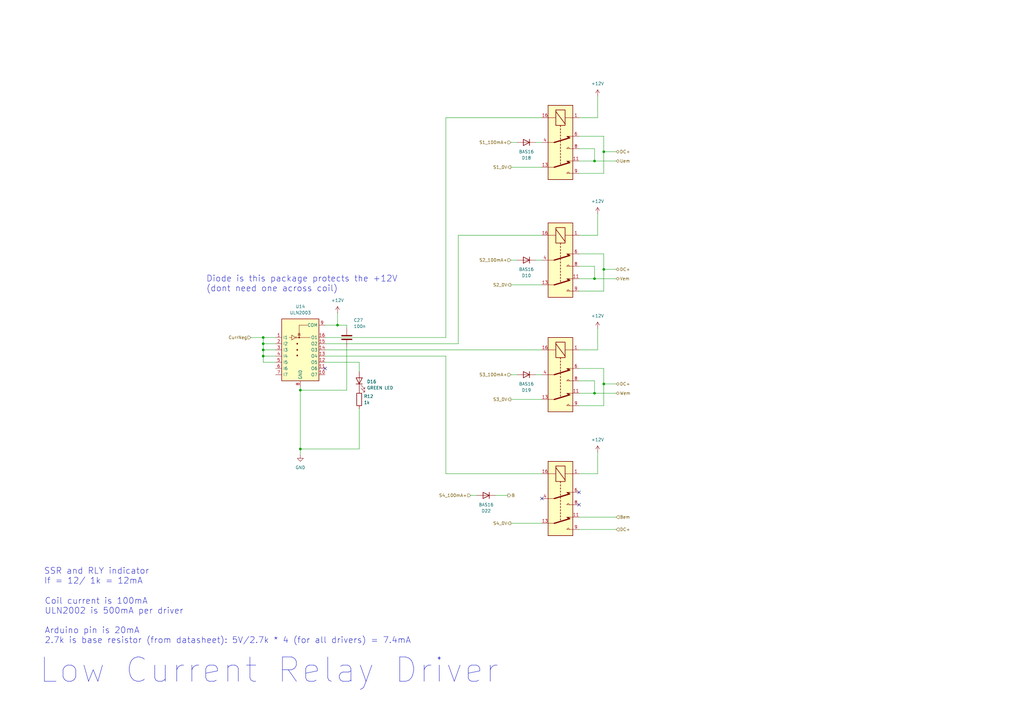
<source format=kicad_sch>
(kicad_sch (version 20231120) (generator "eeschema") (generator_version "8.0")
  (paper "A3")
  (title_block (title "GAVIM V4 TEST 137") (date "2024-06-25") (rev "00.00") (company "Nidec Drives"))
  (lib_symbols
    (symbol "Device:C" (pin_numbers hide) (pin_names (offset 0.254))
      (property "Reference" "C" (at 0.635 2.54 0))
      (property "Value" "C" (at 0.635 -2.54 0))
      (symbol "C_0_1"
        (polyline (pts (xy -2.032 -0.762) (xy 2.032 -0.762)) (stroke (width 0.508)))
        (polyline (pts (xy -2.032 0.762) (xy 2.032 0.762)) (stroke (width 0.508)))
      )
      (symbol "C_1_1"
        (pin passive line (at 0 3.81 270) (length 2.794) (name "~") (number "1"))
        (pin passive line (at 0 -3.81 90) (length 2.794) (name "~") (number "2"))
      )
    )
    (symbol "Device:D" (pin_numbers hide) (pin_names (offset 1.016) hide)
      (property "Reference" "D" (at 0 2.54 0))
      (property "Value" "D" (at 0 -2.54 0))
      (symbol "D_0_1"
        (polyline (pts (xy -1.27 1.27) (xy -1.27 -1.27)) (stroke (width 0.254)))
        (polyline (pts (xy 1.27 0) (xy -1.27 0)))
        (polyline (pts (xy 1.27 1.27) (xy 1.27 -1.27) (xy -1.27 0) (xy 1.27 1.27)) (stroke (width 0.254)))
      )
      (symbol "D_1_1"
        (pin passive line (at -3.81 0 0) (length 2.54) (name "K") (number "1"))
        (pin passive line (at 3.81 0 180) (length 2.54) (name "A") (number "2"))
      )
    )
    (symbol "Device:LED" (pin_numbers hide) (pin_names (offset 1.016) hide)
      (property "Reference" "D" (at 0 2.54 0))
      (property "Value" "LED" (at 0 -2.54 0))
      (symbol "LED_0_1"
        (polyline (pts (xy -1.27 -1.27) (xy -1.27 1.27)) (stroke (width 0.254)))
        (polyline (pts (xy -1.27 0) (xy 1.27 0)))
        (polyline (pts (xy 1.27 -1.27) (xy 1.27 1.27) (xy -1.27 0) (xy 1.27 -1.27)) (stroke (width 0.254)))
        (polyline (pts (xy -3.048 -0.762) (xy -4.572 -2.286) (xy -3.81 -2.286) (xy -4.572 -2.286) (xy -4.572 -1.524)))
        (polyline (pts (xy -1.778 -0.762) (xy -3.302 -2.286) (xy -2.54 -2.286) (xy -3.302 -2.286) (xy -3.302 -1.524)))
      )
      (symbol "LED_1_1"
        (pin passive line (at -3.81 0 0) (length 2.54) (name "K") (number "1"))
        (pin passive line (at 3.81 0 180) (length 2.54) (name "A") (number "2"))
      )
    )
    (symbol "Device:R" (pin_numbers hide) (pin_names (offset 0))
      (property "Reference" "R" (at 2.032 0 90))
      (property "Value" "R" (at 0 0 90))
      (symbol "R_0_1"
        (rectangle (start -1.016 -2.54) (end 1.016 2.54) (stroke (width 0.254)))
      )
      (symbol "R_1_1"
        (pin passive line (at 0 3.81 270) (length 1.27) (name "~") (number "1"))
        (pin passive line (at 0 -3.81 90) (length 1.27) (name "~") (number "2"))
      )
    )
    (symbol "Relay:G5V-2"
      (property "Reference" "K" (at 16.51 3.81 0))
      (property "Value" "G5V-2" (at 16.51 1.27 0))
      (symbol "G5V-2_0_1"
        (rectangle (start -15.24 5.08) (end 15.24 -5.08) (stroke (width 0.254)) (fill (type background)))
        (rectangle (start -13.335 1.905) (end -6.985 -1.905) (stroke (width 0.254)))
        (polyline (pts (xy -12.7 -1.905) (xy -7.62 1.905)) (stroke (width 0.254)))
        (polyline (pts (xy -10.16 -5.08) (xy -10.16 -1.905)))
        (polyline (pts (xy -10.16 5.08) (xy -10.16 1.905)))
        (polyline (pts (xy -6.985 0) (xy -6.35 0)) (stroke (width 0.254)))
        (polyline (pts (xy -5.715 0) (xy -5.08 0)) (stroke (width 0.254)))
        (polyline (pts (xy -4.445 0) (xy -3.81 0)) (stroke (width 0.254)))
        (polyline (pts (xy -3.175 0) (xy -2.54 0)) (stroke (width 0.254)))
        (polyline (pts (xy -1.905 0) (xy -1.27 0)) (stroke (width 0.254)))
        (polyline (pts (xy -0.635 0) (xy 0 0)) (stroke (width 0.254)))
        (polyline (pts (xy 0 -2.54) (xy -1.905 3.81)) (stroke (width 0.508)))
        (polyline (pts (xy 0 -2.54) (xy 0 -5.08)))
        (polyline (pts (xy 0.635 0) (xy 1.27 0)) (stroke (width 0.254)))
        (polyline (pts (xy 1.905 0) (xy 2.54 0)) (stroke (width 0.254)))
        (polyline (pts (xy 3.175 0) (xy 3.81 0)) (stroke (width 0.254)))
        (polyline (pts (xy 4.445 0) (xy 5.08 0)) (stroke (width 0.254)))
        (polyline (pts (xy 5.715 0) (xy 6.35 0)) (stroke (width 0.254)))
        (polyline (pts (xy 6.985 0) (xy 7.62 0)) (stroke (width 0.254)))
        (polyline (pts (xy 8.255 0) (xy 8.89 0)) (stroke (width 0.254)))
        (polyline (pts (xy 10.16 -2.54) (xy 8.255 3.81)) (stroke (width 0.508)))
        (polyline (pts (xy 10.16 -2.54) (xy 10.16 -5.08)))
        (polyline (pts (xy -2.54 5.08) (xy -2.54 2.54) (xy -1.905 3.175) (xy -2.54 3.81)) (fill (type outline)))
        (polyline (pts (xy 2.54 5.08) (xy 2.54 2.54) (xy 1.905 3.175) (xy 2.54 3.81)))
        (polyline (pts (xy 7.62 5.08) (xy 7.62 2.54) (xy 8.255 3.175) (xy 7.62 3.81)) (fill (type outline)))
        (polyline (pts (xy 12.7 5.08) (xy 12.7 2.54) (xy 12.065 3.175) (xy 12.7 3.81)))
      )
      (symbol "G5V-2_1_1"
        (pin passive line (at -10.16 7.62 270) (length 2.54) (name "~") (number "1"))
        (pin passive line (at 7.62 7.62 270) (length 2.54) (name "~") (number "11"))
        (pin passive line (at 10.16 -7.62 90) (length 2.54) (name "~") (number "13"))
        (pin passive line (at -10.16 -7.62 90) (length 2.54) (name "~") (number "16"))
        (pin passive line (at 0 -7.62 90) (length 2.54) (name "~") (number "4"))
        (pin passive line (at -2.54 7.62 270) (length 2.54) (name "~") (number "6"))
        (pin passive line (at 2.54 7.62 270) (length 2.54) (name "~") (number "8"))
        (pin passive line (at 12.7 7.62 270) (length 2.54) (name "~") (number "9"))
      )
    )
    (symbol "Transistor_Array:ULN2003"
      (property "Reference" "U" (at 0 15.875 0))
      (property "Value" "ULN2003" (at 0 13.97 0))
      (symbol "ULN2003_0_1"
        (rectangle (start -7.62 -12.7) (end 7.62 12.7) (stroke (width 0.254)) (fill (type background)))
        (circle (center -1.778 5.08) (radius 0.254))
        (circle (center -1.27 -2.286) (radius 0.254) (fill (type outline)))
        (circle (center -1.27 0) (radius 0.254) (fill (type outline)))
        (circle (center -1.27 2.54) (radius 0.254) (fill (type outline)))
        (circle (center -0.508 5.08) (radius 0.254) (fill (type outline)))
        (polyline (pts (xy -4.572 5.08) (xy -3.556 5.08)))
        (polyline (pts (xy -1.524 5.08) (xy 4.064 5.08)))
        (polyline (pts (xy 0 6.731) (xy -1.016 6.731)))
        (polyline (pts (xy -0.508 5.08) (xy -0.508 10.16) (xy 2.921 10.16)))
        (polyline (pts (xy -3.556 6.096) (xy -3.556 4.064) (xy -2.032 5.08) (xy -3.556 6.096)))
        (polyline (pts (xy 0 5.969) (xy -1.016 5.969) (xy -0.508 6.731) (xy 0 5.969)))
      )
      (symbol "ULN2003_1_1"
        (pin input line (at -10.16 5.08 0) (length 2.54) (name "I1") (number "1"))
        (pin open_collector line (at 10.16 -10.16 180) (length 2.54) (name "O7") (number "10"))
        (pin open_collector line (at 10.16 -7.62 180) (length 2.54) (name "O6") (number "11"))
        (pin open_collector line (at 10.16 -5.08 180) (length 2.54) (name "O5") (number "12"))
        (pin open_collector line (at 10.16 -2.54 180) (length 2.54) (name "O4") (number "13"))
        (pin open_collector line (at 10.16 0 180) (length 2.54) (name "O3") (number "14"))
        (pin open_collector line (at 10.16 2.54 180) (length 2.54) (name "O2") (number "15"))
        (pin open_collector line (at 10.16 5.08 180) (length 2.54) (name "O1") (number "16"))
        (pin input line (at -10.16 2.54 0) (length 2.54) (name "I2") (number "2"))
        (pin input line (at -10.16 0 0) (length 2.54) (name "I3") (number "3"))
        (pin input line (at -10.16 -2.54 0) (length 2.54) (name "I4") (number "4"))
        (pin input line (at -10.16 -5.08 0) (length 2.54) (name "I5") (number "5"))
        (pin input line (at -10.16 -7.62 0) (length 2.54) (name "I6") (number "6"))
        (pin input line (at -10.16 -10.16 0) (length 2.54) (name "I7") (number "7"))
        (pin power_in line (at 0 -15.24 90) (length 2.54) (name "GND") (number "8"))
        (pin passive line (at 10.16 10.16 180) (length 2.54) (name "COM") (number "9"))
      )
    )
    (symbol "power:+12V" (power) (pin_numbers hide) (pin_names (offset 0) hide)
      (property "Value" "+12V" (at 0 3.556 0))
      (symbol "+12V_0_1"
        (polyline (pts (xy -0.762 1.27) (xy 0 2.54)))
        (polyline (pts (xy 0 0) (xy 0 2.54)))
        (polyline (pts (xy 0 2.54) (xy 0.762 1.27)))
      )
      (symbol "+12V_1_1"
        (pin power_in line (at 0 0 90) (length 0) (name "~") (number "1"))
      )
    )
    (symbol "power:GND" (power) (pin_numbers hide) (pin_names (offset 0) hide)
      (property "Value" "GND" (at 0 -3.81 0))
      (symbol "GND_0_1"
        (polyline (pts (xy 0 0) (xy 0 -1.27) (xy 1.27 -1.27) (xy 0 -2.54) (xy -1.27 -1.27) (xy 0 -1.27)))
      )
      (symbol "GND_1_1"
        (pin power_in line (at 0 0 270) (length 0) (name "~") (number "1"))
      )
    )
  )
  (junction (at 138.43 133.35))
  (junction (at 107.95 138.43))
  (junction (at 243.84 66.04))
  (junction (at 107.95 140.97))
  (junction (at 107.95 143.51))
  (junction (at 247.65 62.23))
  (junction (at 243.84 114.3))
  (junction (at 107.95 146.05))
  (junction (at 247.65 110.49))
  (junction (at 123.19 184.15))
  (junction (at 243.84 161.29))
  (junction (at 247.65 157.48))
  (junction (at 123.19 160.02))
  (no_connect (at 133.35 151.13))
  (no_connect (at 222.25 204.47))
  (no_connect (at 237.49 201.93))
  (no_connect (at 237.49 207.01))
  (wire (pts (xy 107.95 146.05) (xy 107.95 143.51)))
  (wire (pts (xy 182.88 146.05) (xy 182.88 194.31)))
  (wire (pts (xy 147.32 167.64) (xy 147.32 184.15)))
  (wire (pts (xy 193.04 203.2) (xy 195.58 203.2)))
  (wire (pts (xy 245.11 185.42) (xy 245.11 194.31)))
  (wire (pts (xy 138.43 128.27) (xy 138.43 133.35)))
  (wire (pts (xy 247.65 166.37) (xy 237.49 166.37)))
  (wire (pts (xy 209.55 153.67) (xy 212.09 153.67)))
  (wire (pts (xy 247.65 62.23) (xy 252.73 62.23)))
  (wire (pts (xy 209.55 68.58) (xy 222.25 68.58)))
  (wire (pts (xy 133.35 146.05) (xy 182.88 146.05)))
  (wire (pts (xy 243.84 161.29) (xy 237.49 161.29)))
  (wire (pts (xy 247.65 157.48) (xy 252.73 157.48)))
  (wire (pts (xy 107.95 143.51) (xy 107.95 140.97)))
  (wire (pts (xy 142.24 133.35) (xy 138.43 133.35)))
  (wire (pts (xy 237.49 48.26) (xy 245.11 48.26)))
  (wire (pts (xy 247.65 119.38) (xy 237.49 119.38)))
  (wire (pts (xy 107.95 146.05) (xy 107.95 148.59)))
  (wire (pts (xy 133.35 143.51) (xy 222.25 143.51)))
  (wire (pts (xy 107.95 140.97) (xy 107.95 138.43)))
  (wire (pts (xy 209.55 116.84) (xy 222.25 116.84)))
  (wire (pts (xy 113.03 146.05) (xy 107.95 146.05)))
  (wire (pts (xy 247.65 157.48) (xy 247.65 166.37)))
  (wire (pts (xy 237.49 212.09) (xy 252.73 212.09)))
  (wire (pts (xy 123.19 184.15) (xy 123.19 186.69)))
  (wire (pts (xy 113.03 143.51) (xy 107.95 143.51)))
  (wire (pts (xy 219.71 58.42) (xy 222.25 58.42)))
  (wire (pts (xy 243.84 114.3) (xy 252.73 114.3)))
  (wire (pts (xy 147.32 152.4) (xy 147.32 148.59)))
  (wire (pts (xy 182.88 138.43) (xy 133.35 138.43)))
  (wire (pts (xy 209.55 163.83) (xy 222.25 163.83)))
  (wire (pts (xy 245.11 87.63) (xy 245.11 96.52)))
  (wire (pts (xy 237.49 151.13) (xy 247.65 151.13)))
  (wire (pts (xy 243.84 114.3) (xy 237.49 114.3)))
  (wire (pts (xy 237.49 109.22) (xy 243.84 109.22)))
  (wire (pts (xy 247.65 55.88) (xy 247.65 62.23)))
  (wire (pts (xy 147.32 148.59) (xy 133.35 148.59)))
  (wire (pts (xy 219.71 106.68) (xy 222.25 106.68)))
  (wire (pts (xy 245.11 39.37) (xy 245.11 48.26)))
  (wire (pts (xy 209.55 214.63) (xy 222.25 214.63)))
  (wire (pts (xy 237.49 217.17) (xy 252.73 217.17)))
  (wire (pts (xy 113.03 140.97) (xy 107.95 140.97)))
  (wire (pts (xy 219.71 153.67) (xy 222.25 153.67)))
  (wire (pts (xy 243.84 60.96) (xy 243.84 66.04)))
  (wire (pts (xy 237.49 55.88) (xy 247.65 55.88)))
  (wire (pts (xy 243.84 109.22) (xy 243.84 114.3)))
  (wire (pts (xy 209.55 58.42) (xy 212.09 58.42)))
  (wire (pts (xy 142.24 142.24) (xy 142.24 160.02)))
  (wire (pts (xy 247.65 110.49) (xy 247.65 119.38)))
  (wire (pts (xy 142.24 160.02) (xy 123.19 160.02)))
  (wire (pts (xy 187.96 140.97) (xy 187.96 96.52)))
  (wire (pts (xy 237.49 96.52) (xy 245.11 96.52)))
  (wire (pts (xy 182.88 48.26) (xy 222.25 48.26)))
  (wire (pts (xy 237.49 60.96) (xy 243.84 60.96)))
  (wire (pts (xy 247.65 62.23) (xy 247.65 71.12)))
  (wire (pts (xy 102.87 138.43) (xy 107.95 138.43)))
  (wire (pts (xy 237.49 104.14) (xy 247.65 104.14)))
  (wire (pts (xy 237.49 194.31) (xy 245.11 194.31)))
  (wire (pts (xy 209.55 106.68) (xy 212.09 106.68)))
  (wire (pts (xy 245.11 134.62) (xy 245.11 143.51)))
  (wire (pts (xy 243.84 66.04) (xy 237.49 66.04)))
  (wire (pts (xy 123.19 158.75) (xy 123.19 160.02)))
  (wire (pts (xy 203.2 203.2) (xy 208.28 203.2)))
  (wire (pts (xy 237.49 156.21) (xy 243.84 156.21)))
  (wire (pts (xy 247.65 110.49) (xy 252.73 110.49)))
  (wire (pts (xy 123.19 184.15) (xy 147.32 184.15)))
  (wire (pts (xy 243.84 156.21) (xy 243.84 161.29)))
  (wire (pts (xy 142.24 134.62) (xy 142.24 133.35)))
  (wire (pts (xy 113.03 148.59) (xy 107.95 148.59)))
  (wire (pts (xy 107.95 138.43) (xy 113.03 138.43)))
  (wire (pts (xy 133.35 133.35) (xy 138.43 133.35)))
  (wire (pts (xy 243.84 161.29) (xy 252.73 161.29)))
  (wire (pts (xy 237.49 143.51) (xy 245.11 143.51)))
  (wire (pts (xy 247.65 104.14) (xy 247.65 110.49)))
  (wire (pts (xy 182.88 48.26) (xy 182.88 138.43)))
  (wire (pts (xy 182.88 194.31) (xy 222.25 194.31)))
  (wire (pts (xy 243.84 66.04) (xy 252.73 66.04)))
  (wire (pts (xy 133.35 140.97) (xy 187.96 140.97)))
  (wire (pts (xy 247.65 71.12) (xy 237.49 71.12)))
  (wire (pts (xy 247.65 151.13) (xy 247.65 157.48)))
  (wire (pts (xy 123.19 160.02) (xy 123.19 184.15)))
  (wire (pts (xy 187.96 96.52) (xy 222.25 96.52)))
  (text "Low Current Relay Driver" (at 15.748 280.924 0) (effects (font (size 10 10)) (justify left bottom)))
  (text "SSR and RLY indicator\nIf = 12/ 1k = 12mA" (at 18.034 239.776 0) (effects (font (size 2.5 2.5)) (justify left bottom)))
  (text "Diode is this package protects the +12V \n(dont need one across coil)" (at 84.582 119.888 0) (effects (font (size 2.5 2.5)) (justify left bottom)))
  (text "Coil current is 100mA\nULN2002 is 500mA per driver\n\nArduino pin is 20mA\n2.7k is base resistor (from datasheet): 5V/2.7k * 4 (for all drivers) = 7.4mA\n" (at 18.288 264.16 0) (effects (font (size 2.5 2.5)) (justify left bottom)))
  (hierarchical_label "DC+" (shape input) (at 252.73 217.17 0))
  (hierarchical_label "Vem" (shape bidirectional) (at 252.73 114.3 0))
  (hierarchical_label "S1_0V" (shape output) (at 209.55 68.58 180))
  (hierarchical_label "S2_0V" (shape output) (at 209.55 116.84 180))
  (hierarchical_label "S4_0V" (shape output) (at 209.55 214.63 180))
  (hierarchical_label "S3_0V" (shape output) (at 209.55 163.83 180))
  (hierarchical_label "Bem" (shape input) (at 252.73 212.09 0))
  (hierarchical_label "S4_100mA+" (shape input) (at 193.04 203.2 180))
  (hierarchical_label "B" (shape output) (at 208.28 203.2 0))
  (hierarchical_label "CurrNeg" (shape input) (at 102.87 138.43 180))
  (hierarchical_label "S1_100mA+" (shape input) (at 209.55 58.42 180))
  (hierarchical_label "Wem" (shape bidirectional) (at 252.73 161.29 0))
  (hierarchical_label "S3_100mA+" (shape input) (at 209.55 153.67 180))
  (hierarchical_label "DC+" (shape bidirectional) (at 252.73 62.23 0))
  (hierarchical_label "Uem" (shape bidirectional) (at 252.73 66.04 0))
  (hierarchical_label "DC+" (shape bidirectional) (at 252.73 157.48 0))
  (hierarchical_label "S2_100mA+" (shape input) (at 209.55 106.68 180))
  (hierarchical_label "DC+" (shape bidirectional) (at 252.73 110.49 0))
  (symbol (lib_id "power:+12V") (at 138.43 128.27 0) (unit 1)
    (property "Reference" "#PWR029" (effects (hide yes)))
    (property "Value" "+12V" (at 138.43 123.19 0))
    (property "Description" "Power symbol creates a global label with name \"+12V\"" (effects (hide yes)))
  )
  (symbol (lib_id "Device:D") (at 215.9 58.42 180) (unit 1)
    (property "Reference" "D18" (at 215.9 64.77 0))
    (property "Value" "BAS16" (at 215.9 62.23 0))
    (property "Footprint" "Imported Parts:BAS16" (effects (hide yes)))
    (property "Datasheet" "https://assets.nexperia.com/documents/data-sheet/BAS16_SER.pdf" (effects (hide yes)))
    (property "Sim.Device" "D" (effects (hide yes)))
    (property "Sim.Pins" "1=K 2=A" (effects (hide yes)))
    (property "CT Part Number" "2121-4307" (effects (hide yes)))
  )
  (symbol (lib_id "Relay:G5V-2") (at 229.87 204.47 270) (unit 1)
    (property "Reference" "K4" (effects (hide yes)))
    (property "Value" "G5V-2 DC12" (effects (hide yes)))
    (property "Footprint" "Relay_THT:Relay_DPDT_Omron_G5V-2" (effects (hide yes)))
    (property "Datasheet" "http://omronfs.omron.com/en_US/ecb/products/pdf/en-g5v_2.pdf" (effects (hide yes)))
    (property "Description" "Relay Miniature Omron DPDT" (effects (hide yes)))
    (property "CT Part Number" "N/A" (effects (hide yes)))
    (property "Link (Ext)" "https://www.mouser.co.uk/ProductDetail/Omron-Electronics/G5V-2-DC12?qs=lK7M36XCk6JxdWY%2FV6sVqw%3D%3D" (effects (hide yes)))
  )
  (symbol (lib_id "Relay:G5V-2") (at 229.87 153.67 270) (unit 1)
    (property "Reference" "K3" (effects (hide yes)))
    (property "Value" "G5V-2 DC12" (effects (hide yes)))
    (property "Footprint" "Relay_THT:Relay_DPDT_Omron_G5V-2" (effects (hide yes)))
    (property "Datasheet" "http://omronfs.omron.com/en_US/ecb/products/pdf/en-g5v_2.pdf" (effects (hide yes)))
    (property "Description" "Relay Miniature Omron DPDT" (effects (hide yes)))
    (property "CT Part Number" "N/A" (effects (hide yes)))
    (property "Link (Ext)" "https://www.mouser.co.uk/ProductDetail/Omron-Electronics/G5V-2-DC12?qs=lK7M36XCk6JxdWY%2FV6sVqw%3D%3D" (effects (hide yes)))
  )
  (symbol (lib_id "Device:LED") (at 147.32 156.21 90) (unit 1)
    (property "Reference" "D16" (at 150.495 156.5275 90) (effects (justify right)))
    (property "Value" "GREEN LED" (at 150.495 159.0675 90) (effects (justify right)))
    (property "Footprint" "LED_THT:LED_D4.0mm" (effects (hide yes)))
    (property "CT Part Number" "N/A" (effects (hide yes)))
  )
  (symbol (lib_id "power:+12V") (at 245.11 134.62 0) (unit 1)
    (property "Reference" "#PWR056" (effects (hide yes)))
    (property "Value" "+12V" (at 245.11 129.54 0))
    (property "Description" "Power symbol creates a global label with name \"+12V\"" (effects (hide yes)))
  )
  (symbol (lib_id "Device:R") (at 147.32 163.83 0) (unit 1)
    (property "Reference" "R12" (at 149.225 162.56 0) (effects (justify left)))
    (property "Value" "1k" (at 149.225 165.1 0) (effects (justify left)))
    (property "Footprint" "Resistor_SMD:R_0603_1608Metric_Pad0.98x0.95mm_HandSolder" (effects (hide yes)))
    (property "CT Part Number" "1127-4101" (effects (hide yes)))
  )
  (symbol (lib_id "Relay:G5V-2") (at 229.87 106.68 270) (unit 1)
    (property "Reference" "K2" (effects (hide yes)))
    (property "Value" "G5V-2 DC12" (effects (hide yes)))
    (property "Footprint" "Relay_THT:Relay_DPDT_Omron_G5V-2" (effects (hide yes)))
    (property "Datasheet" "http://omronfs.omron.com/en_US/ecb/products/pdf/en-g5v_2.pdf" (effects (hide yes)))
    (property "Description" "Relay Miniature Omron DPDT" (effects (hide yes)))
    (property "CT Part Number" "N/A" (effects (hide yes)))
    (property "Link (Ext)" "https://www.mouser.co.uk/ProductDetail/Omron-Electronics/G5V-2-DC12?qs=lK7M36XCk6JxdWY%2FV6sVqw%3D%3D" (effects (hide yes)))
  )
  (symbol (lib_id "power:+12V") (at 245.11 87.63 0) (unit 1)
    (property "Reference" "#PWR047" (effects (hide yes)))
    (property "Value" "+12V" (at 245.11 82.55 0))
    (property "Description" "Power symbol creates a global label with name \"+12V\"" (effects (hide yes)))
  )
  (symbol (lib_id "Device:D") (at 199.39 203.2 180) (unit 1)
    (property "Reference" "D22" (at 199.39 209.55 0))
    (property "Value" "BAS16" (at 199.39 207.01 0))
    (property "Footprint" "Imported Parts:BAS16" (effects (hide yes)))
    (property "Datasheet" "https://assets.nexperia.com/documents/data-sheet/BAS16_SER.pdf" (effects (hide yes)))
    (property "Sim.Device" "D" (effects (hide yes)))
    (property "Sim.Pins" "1=K 2=A" (effects (hide yes)))
    (property "CT Part Number" "2121-4307" (effects (hide yes)))
  )
  (symbol (lib_id "Transistor_Array:ULN2003") (at 123.19 143.51 0) (unit 1)
    (property "Reference" "U14" (at 123.19 125.73 0))
    (property "Value" "ULN2003" (at 123.19 128.27 0))
    (property "Footprint" "Package_DIP:DIP-16_W7.62mm_LongPads" (effects (hide yes)))
    (property "Datasheet" "http://www.ti.com/lit/ds/symlink/uln2003a.pdf" (effects (hide yes)))
    (property "Description" "High Voltage, High Current Darlington Transistor Arrays, SOIC16/SOIC16W/DIP16/TSSOP16" (effects (hide yes)))
    (property "CT Part Number" "N/A" (effects (hide yes)))
  )
  (symbol (lib_id "power:+12V") (at 245.11 185.42 0) (unit 1)
    (property "Reference" "#PWR060" (effects (hide yes)))
    (property "Value" "+12V" (at 245.11 180.34 0))
    (property "Description" "Power symbol creates a global label with name \"+12V\"" (effects (hide yes)))
  )
  (symbol (lib_id "Relay:G5V-2") (at 229.87 58.42 270) (unit 1)
    (property "Reference" "K1" (effects (hide yes)))
    (property "Value" "G5V-2 DC12" (effects (hide yes)))
    (property "Footprint" "Relay_THT:Relay_DPDT_Omron_G5V-2" (effects (hide yes)))
    (property "Datasheet" "http://omronfs.omron.com/en_US/ecb/products/pdf/en-g5v_2.pdf" (effects (hide yes)))
    (property "Description" "Relay Miniature Omron DPDT" (effects (hide yes)))
    (property "CT Part Number" "N/A" (effects (hide yes)))
    (property "Link (Ext)" "https://www.mouser.co.uk/ProductDetail/Omron-Electronics/G5V-2-DC12?qs=lK7M36XCk6JxdWY%2FV6sVqw%3D%3D" (effects (hide yes)))
  )
  (symbol (lib_id "Device:C") (at 142.24 138.43 0) (unit 1)
    (property "Reference" "C27" (at 145.034 131.318 0) (effects (justify left)))
    (property "Value" "100n" (at 145.034 133.858 0) (effects (justify left)))
    (property "Footprint" "Capacitor_SMD:C_0603_1608Metric_Pad1.08x0.95mm_HandSolder" (effects (hide yes)))
    (property "Description" "Unpolarized capacitor" (effects (hide yes)))
    (property "CT Part Number" "1425-6104" (effects (hide yes)))
  )
  (symbol (lib_id "Device:D") (at 215.9 106.68 180) (unit 1)
    (property "Reference" "D10" (at 215.9 113.03 0))
    (property "Value" "BAS16" (at 215.9 110.49 0))
    (property "Footprint" "Imported Parts:BAS16" (effects (hide yes)))
    (property "Datasheet" "https://assets.nexperia.com/documents/data-sheet/BAS16_SER.pdf" (effects (hide yes)))
    (property "Sim.Device" "D" (effects (hide yes)))
    (property "Sim.Pins" "1=K 2=A" (effects (hide yes)))
    (property "CT Part Number" "2121-4307" (effects (hide yes)))
  )
  (symbol (lib_id "power:+12V") (at 245.11 39.37 0) (unit 1)
    (property "Reference" "#PWR053" (effects (hide yes)))
    (property "Value" "+12V" (at 245.11 34.29 0))
    (property "Description" "Power symbol creates a global label with name \"+12V\"" (effects (hide yes)))
  )
  (symbol (lib_id "power:GND") (at 123.19 186.69 0) (unit 1)
    (property "Reference" "#PWR037" (effects (hide yes)))
    (property "Value" "GND" (at 123.19 191.77 0))
    (property "Description" "Power symbol creates a global label with name \"GND\" , ground" (effects (hide yes)))
  )
  (symbol (lib_id "Device:D") (at 215.9 153.67 180) (unit 1)
    (property "Reference" "D19" (at 215.9 160.02 0))
    (property "Value" "BAS16" (at 215.9 157.48 0))
    (property "Footprint" "Imported Parts:BAS16" (effects (hide yes)))
    (property "Datasheet" "https://assets.nexperia.com/documents/data-sheet/BAS16_SER.pdf" (effects (hide yes)))
    (property "Sim.Device" "D" (effects (hide yes)))
    (property "Sim.Pins" "1=K 2=A" (effects (hide yes)))
    (property "CT Part Number" "2121-4307" (effects (hide yes)))
  )
)
</source>
